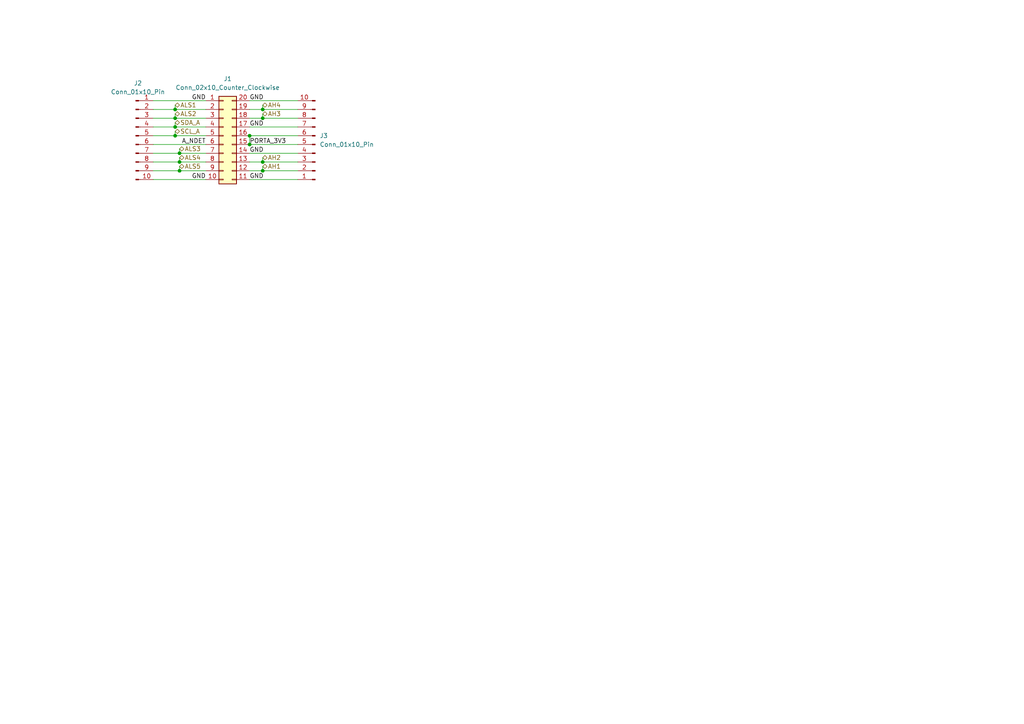
<source format=kicad_sch>
(kicad_sch (version 20230121) (generator eeschema)
  (paper "A4")
  (lib_symbols
    (symbol "Connector:Conn_01x10_Pin" (pin_names (offset 1.016) hide)
      (property "Reference" "J" (at 0 12.7 0))
      (property "Value" "Conn_01x10_Pin" (at 0 -15.24 0))
      (symbol "Conn_01x10_Pin_1_1"
        (polyline (pts (xy 1.27 -12.7) (xy 0.8636 -12.7)) (stroke (width 0.1524)))
        (polyline (pts (xy 1.27 -10.16) (xy 0.8636 -10.16)) (stroke (width 0.1524)))
        (polyline (pts (xy 1.27 -7.62) (xy 0.8636 -7.62)) (stroke (width 0.1524)))
        (polyline (pts (xy 1.27 -5.08) (xy 0.8636 -5.08)) (stroke (width 0.1524)))
        (polyline (pts (xy 1.27 -2.54) (xy 0.8636 -2.54)) (stroke (width 0.1524)))
        (polyline (pts (xy 1.27 0) (xy 0.8636 0)) (stroke (width 0.1524)))
        (polyline (pts (xy 1.27 2.54) (xy 0.8636 2.54)) (stroke (width 0.1524)))
        (polyline (pts (xy 1.27 5.08) (xy 0.8636 5.08)) (stroke (width 0.1524)))
        (polyline (pts (xy 1.27 7.62) (xy 0.8636 7.62)) (stroke (width 0.1524)))
        (polyline (pts (xy 1.27 10.16) (xy 0.8636 10.16)) (stroke (width 0.1524)))
        (rectangle (start 0.8636 -12.573) (end 0 -12.827) (stroke (width 0.1524)) (fill (type outline)))
        (rectangle (start 0.8636 -10.033) (end 0 -10.287) (stroke (width 0.1524)) (fill (type outline)))
        (rectangle (start 0.8636 -7.493) (end 0 -7.747) (stroke (width 0.1524)) (fill (type outline)))
        (rectangle (start 0.8636 -4.953) (end 0 -5.207) (stroke (width 0.1524)) (fill (type outline)))
        (rectangle (start 0.8636 -2.413) (end 0 -2.667) (stroke (width 0.1524)) (fill (type outline)))
        (rectangle (start 0.8636 0.127) (end 0 -0.127) (stroke (width 0.1524)) (fill (type outline)))
        (rectangle (start 0.8636 2.667) (end 0 2.413) (stroke (width 0.1524)) (fill (type outline)))
        (rectangle (start 0.8636 5.207) (end 0 4.953) (stroke (width 0.1524)) (fill (type outline)))
        (rectangle (start 0.8636 7.747) (end 0 7.493) (stroke (width 0.1524)) (fill (type outline)))
        (rectangle (start 0.8636 10.287) (end 0 10.033) (stroke (width 0.1524)) (fill (type outline)))
        (pin passive line (at 5.08 10.16 180) (length 3.81) (name "Pin_1") (number "1"))
        (pin passive line (at 5.08 -12.7 180) (length 3.81) (name "Pin_10") (number "10"))
        (pin passive line (at 5.08 7.62 180) (length 3.81) (name "Pin_2") (number "2"))
        (pin passive line (at 5.08 5.08 180) (length 3.81) (name "Pin_3") (number "3"))
        (pin passive line (at 5.08 2.54 180) (length 3.81) (name "Pin_4") (number "4"))
        (pin passive line (at 5.08 0 180) (length 3.81) (name "Pin_5") (number "5"))
        (pin passive line (at 5.08 -2.54 180) (length 3.81) (name "Pin_6") (number "6"))
        (pin passive line (at 5.08 -5.08 180) (length 3.81) (name "Pin_7") (number "7"))
        (pin passive line (at 5.08 -7.62 180) (length 3.81) (name "Pin_8") (number "8"))
        (pin passive line (at 5.08 -10.16 180) (length 3.81) (name "Pin_9") (number "9"))
      )
    )
    (symbol "Connector_Generic:Conn_02x10_Counter_Clockwise" (pin_names (offset 1.016) hide)
      (property "Reference" "J" (at 1.27 12.7 0))
      (property "Value" "Conn_02x10_Counter_Clockwise" (at 1.27 -15.24 0))
      (symbol "Conn_02x10_Counter_Clockwise_1_1"
        (rectangle (start -1.27 -12.573) (end 0 -12.827) (stroke (width 0.1524)))
        (rectangle (start -1.27 -10.033) (end 0 -10.287) (stroke (width 0.1524)))
        (rectangle (start -1.27 -7.493) (end 0 -7.747) (stroke (width 0.1524)))
        (rectangle (start -1.27 -4.953) (end 0 -5.207) (stroke (width 0.1524)))
        (rectangle (start -1.27 -2.413) (end 0 -2.667) (stroke (width 0.1524)))
        (rectangle (start -1.27 0.127) (end 0 -0.127) (stroke (width 0.1524)))
        (rectangle (start -1.27 2.667) (end 0 2.413) (stroke (width 0.1524)))
        (rectangle (start -1.27 5.207) (end 0 4.953) (stroke (width 0.1524)))
        (rectangle (start -1.27 7.747) (end 0 7.493) (stroke (width 0.1524)))
        (rectangle (start -1.27 10.287) (end 0 10.033) (stroke (width 0.1524)))
        (rectangle (start -1.27 11.43) (end 3.81 -13.97) (stroke (width 0.254)) (fill (type background)))
        (rectangle (start 3.81 -12.573) (end 2.54 -12.827) (stroke (width 0.1524)))
        (rectangle (start 3.81 -10.033) (end 2.54 -10.287) (stroke (width 0.1524)))
        (rectangle (start 3.81 -7.493) (end 2.54 -7.747) (stroke (width 0.1524)))
        (rectangle (start 3.81 -4.953) (end 2.54 -5.207) (stroke (width 0.1524)))
        (rectangle (start 3.81 -2.413) (end 2.54 -2.667) (stroke (width 0.1524)))
        (rectangle (start 3.81 0.127) (end 2.54 -0.127) (stroke (width 0.1524)))
        (rectangle (start 3.81 2.667) (end 2.54 2.413) (stroke (width 0.1524)))
        (rectangle (start 3.81 5.207) (end 2.54 4.953) (stroke (width 0.1524)))
        (rectangle (start 3.81 7.747) (end 2.54 7.493) (stroke (width 0.1524)))
        (rectangle (start 3.81 10.287) (end 2.54 10.033) (stroke (width 0.1524)))
        (pin passive line (at -5.08 10.16 0) (length 3.81) (name "Pin_1") (number "1"))
        (pin passive line (at -5.08 -12.7 0) (length 3.81) (name "Pin_10") (number "10"))
        (pin passive line (at 7.62 -12.7 180) (length 3.81) (name "Pin_11") (number "11"))
        (pin passive line (at 7.62 -10.16 180) (length 3.81) (name "Pin_12") (number "12"))
        (pin passive line (at 7.62 -7.62 180) (length 3.81) (name "Pin_13") (number "13"))
        (pin passive line (at 7.62 -5.08 180) (length 3.81) (name "Pin_14") (number "14"))
        (pin passive line (at 7.62 -2.54 180) (length 3.81) (name "Pin_15") (number "15"))
        (pin passive line (at 7.62 0 180) (length 3.81) (name "Pin_16") (number "16"))
        (pin passive line (at 7.62 2.54 180) (length 3.81) (name "Pin_17") (number "17"))
        (pin passive line (at 7.62 5.08 180) (length 3.81) (name "Pin_18") (number "18"))
        (pin passive line (at 7.62 7.62 180) (length 3.81) (name "Pin_19") (number "19"))
        (pin passive line (at -5.08 7.62 0) (length 3.81) (name "Pin_2") (number "2"))
        (pin passive line (at 7.62 10.16 180) (length 3.81) (name "Pin_20") (number "20"))
        (pin passive line (at -5.08 5.08 0) (length 3.81) (name "Pin_3") (number "3"))
        (pin passive line (at -5.08 2.54 0) (length 3.81) (name "Pin_4") (number "4"))
        (pin passive line (at -5.08 0 0) (length 3.81) (name "Pin_5") (number "5"))
        (pin passive line (at -5.08 -2.54 0) (length 3.81) (name "Pin_6") (number "6"))
        (pin passive line (at -5.08 -5.08 0) (length 3.81) (name "Pin_7") (number "7"))
        (pin passive line (at -5.08 -7.62 0) (length 3.81) (name "Pin_8") (number "8"))
        (pin passive line (at -5.08 -10.16 0) (length 3.81) (name "Pin_9") (number "9"))
      )
    )
  )
  (junction (at 50.8 34.29))
  (junction (at 72.39 41.91))
  (junction (at 50.8 36.83))
  (junction (at 72.39 39.37))
  (junction (at 76.2 31.75))
  (junction (at 76.2 46.99))
  (junction (at 50.8 39.37))
  (junction (at 76.2 34.29))
  (junction (at 50.8 31.75))
  (junction (at 52.07 44.45))
  (junction (at 52.07 49.53))
  (junction (at 52.07 46.99))
  (junction (at 76.2 49.53))
  (wire (pts (xy 52.07 49.53) (xy 59.69 49.53)))
  (wire (pts (xy 52.07 43.18) (xy 52.07 44.45)))
  (wire (pts (xy 72.39 44.45) (xy 86.36 44.45)))
  (wire (pts (xy 44.45 34.29) (xy 50.8 34.29)))
  (wire (pts (xy 76.2 31.75) (xy 86.36 31.75)))
  (wire (pts (xy 44.45 39.37) (xy 50.8 39.37)))
  (wire (pts (xy 52.07 48.26) (xy 52.07 49.53)))
  (wire (pts (xy 72.39 52.07) (xy 86.36 52.07)))
  (wire (pts (xy 72.39 31.75) (xy 76.2 31.75)))
  (wire (pts (xy 72.39 29.21) (xy 86.36 29.21)))
  (wire (pts (xy 52.07 45.72) (xy 52.07 46.99)))
  (wire (pts (xy 44.45 46.99) (xy 52.07 46.99)))
  (wire (pts (xy 86.36 41.91) (xy 72.39 41.91)))
  (wire (pts (xy 76.2 48.26) (xy 76.2 49.53)))
  (wire (pts (xy 44.45 49.53) (xy 52.07 49.53)))
  (wire (pts (xy 44.45 36.83) (xy 50.8 36.83)))
  (wire (pts (xy 76.2 34.29) (xy 86.36 34.29)))
  (wire (pts (xy 44.45 29.21) (xy 59.69 29.21)))
  (wire (pts (xy 76.2 30.48) (xy 76.2 31.75)))
  (wire (pts (xy 44.45 31.75) (xy 50.8 31.75)))
  (wire (pts (xy 50.8 38.1) (xy 50.8 39.37)))
  (wire (pts (xy 50.8 31.75) (xy 59.69 31.75)))
  (wire (pts (xy 86.36 39.37) (xy 72.39 39.37)))
  (wire (pts (xy 50.8 35.56) (xy 50.8 36.83)))
  (wire (pts (xy 72.39 36.83) (xy 86.36 36.83)))
  (wire (pts (xy 76.2 46.99) (xy 86.36 46.99)))
  (wire (pts (xy 44.45 52.07) (xy 59.69 52.07)))
  (wire (pts (xy 72.39 34.29) (xy 76.2 34.29)))
  (wire (pts (xy 50.8 36.83) (xy 59.69 36.83)))
  (wire (pts (xy 44.45 41.91) (xy 59.69 41.91)))
  (wire (pts (xy 52.07 46.99) (xy 59.69 46.99)))
  (wire (pts (xy 50.8 33.02) (xy 50.8 34.29)))
  (wire (pts (xy 76.2 33.02) (xy 76.2 34.29)))
  (wire (pts (xy 76.2 46.99) (xy 72.39 46.99)))
  (wire (pts (xy 52.07 44.45) (xy 59.69 44.45)))
  (wire (pts (xy 50.8 39.37) (xy 59.69 39.37)))
  (wire (pts (xy 50.8 30.48) (xy 50.8 31.75)))
  (wire (pts (xy 76.2 45.72) (xy 76.2 46.99)))
  (wire (pts (xy 50.8 34.29) (xy 59.69 34.29)))
  (wire (pts (xy 72.39 49.53) (xy 76.2 49.53)))
  (wire (pts (xy 76.2 49.53) (xy 86.36 49.53)))
  (wire (pts (xy 72.39 39.37) (xy 72.39 41.91)))
  (wire (pts (xy 44.45 44.45) (xy 52.07 44.45)))
  (label "GND" (at 72.39 52.07 0))
  (label "PORTA_3V3" (at 72.39 41.91 0))
  (label "A_NDET" (at 59.69 41.91 180))
  (label "GND" (at 72.39 44.45 0))
  (label "GND" (at 59.69 52.07 180))
  (label "GND" (at 72.39 29.21 0))
  (label "GND" (at 72.39 36.83 0))
  (label "GND" (at 59.69 29.21 180))
  (hierarchical_label "AH4" (shape bidirectional) (at 76.2 30.48 0))
  (hierarchical_label "ALS1" (shape bidirectional) (at 50.8 30.48 0))
  (hierarchical_label "ALS2" (shape bidirectional) (at 50.8 33.02 0))
  (hierarchical_label "ALS5" (shape bidirectional) (at 52.07 48.26 0))
  (hierarchical_label "ALS3" (shape bidirectional) (at 52.07 43.18 0))
  (hierarchical_label "AH2" (shape bidirectional) (at 76.2 45.72 0))
  (hierarchical_label "AH1" (shape bidirectional) (at 76.2 48.26 0))
  (hierarchical_label "SDA_A" (shape bidirectional) (at 50.8 35.56 0))
  (hierarchical_label "AH3" (shape bidirectional) (at 76.2 33.02 0))
  (hierarchical_label "SCL_A" (shape bidirectional) (at 50.8 38.1 0))
  (hierarchical_label "ALS4" (shape bidirectional) (at 52.07 45.72 0))
  (symbol (lib_id "Connector:Conn_01x10_Pin") (at 91.44 41.91 180) (unit 1)
    (property "Reference" "J3" (at 92.71 39.37 0) (effects (justify right)))
    (property "Value" "Conn_01x10_Pin" (at 92.71 41.91 0) (effects (justify right)))
    (property "Footprint" "Connector_PinSocket_2.54mm:PinSocket_1x10_P2.54mm_Vertical" (effects hide))
  )
  (symbol (lib_id "Connector:Conn_01x10_Pin") (at 39.37 39.37 0) (unit 1)
    (property "Reference" "J2" (at 40.005 24.13 0))
    (property "Value" "Conn_01x10_Pin" (at 40.005 26.67 0))
    (property "Footprint" "Connector_PinSocket_2.54mm:PinSocket_1x10_P2.54mm_Vertical" (effects hide))
  )
  (symbol (lib_id "Connector_Generic:Conn_02x10_Counter_Clockwise") (at 64.77 39.37 0) (unit 1)
    (property "Reference" "J1" (at 66.04 22.86 0))
    (property "Value" "Conn_02x10_Counter_Clockwise" (at 66.04 25.4 0))
    (property "Footprint" "tildagon:SFP" (effects hide))
  )
)
</source>
